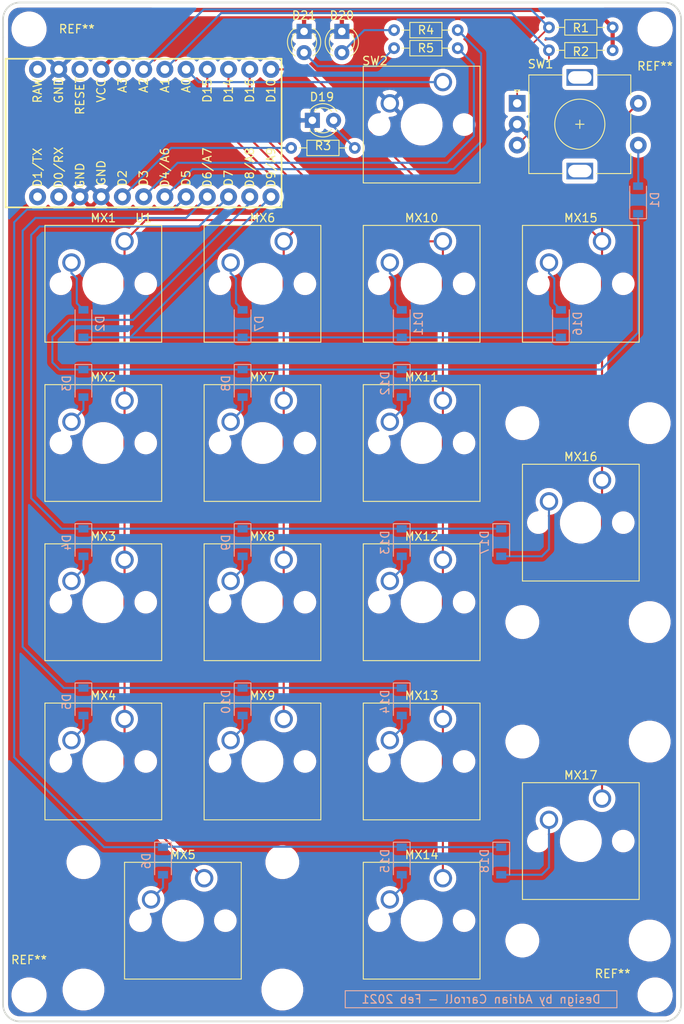
<source format=kicad_pcb>
(kicad_pcb (version 20171130) (host pcbnew 5.1.9-73d0e3b20d~88~ubuntu20.04.1)
  (layers (0 F.Cu signal) (31 B.Cu signal) (34 B.Paste user) (35 F.Paste user) (36 B.SilkS user) (37 F.SilkS user) (38 B.Mask user) (39 F.Mask user) (44 Edge.Cuts user))
  (net 0 "")
  (net 1 col4)
  (net 2 col3)
  (net 3 col2)
  (net 4 col1)
  (net 5 row5)
  (net 6 row4)
  (net 7 row3)
  (net 8 row2)
  (net 9 row1)
  (net 10 "Net-(D2-Pad2)")
  (net 11 "Net-(D3-Pad2)")
  (net 12 "Net-(D4-Pad2)")
  (net 13 "Net-(D5-Pad2)")
  (net 14 "Net-(D6-Pad2)")
  (net 15 "Net-(D7-Pad2)")
  (net 16 "Net-(D8-Pad2)")
  (net 17 "Net-(D9-Pad2)")
  (net 18 "Net-(D10-Pad2)")
  (net 19 "Net-(D11-Pad2)")
  (net 20 "Net-(D12-Pad2)")
  (net 21 "Net-(D13-Pad2)")
  (net 22 "Net-(D14-Pad2)")
  (net 23 "Net-(D15-Pad2)")
  (net 24 "Net-(D16-Pad2)")
  (net 25 "Net-(D17-Pad2)")
  (net 26 "Net-(D18-Pad2)")
  (net 27 GND)
  (net 28 +5V)
  (net 29 "Net-(D19-Pad2)")
  (net 30 "Net-(D20-Pad2)")
  (net 31 "Net-(D21-Pad2)")
  (net 32 A2)
  (net 33 A1)
  (net 34 d3)
  (net 35 d2)
  (net 36 "Net-(D1-Pad2)")
  (net 37 D4)
  (net 38 "Net-(U1-Pad1)")
  (net 39 "Net-(U1-Pad3)")
  (net 40 "Net-(U1-Pad5)")
  (net 41 "Net-(SW2-Pad1)")
  (net 42 "Net-(U1-Pad13)")
  (net 43 "Net-(U1-Pad14)")
  (module Button_Switch_Keyboard:SW_Cherry_MX_1.00u_PCB (layer F.Cu) (at 147.14 32.62)
    (fp_text reference SW2 (at -8.128 -2.54) (layer F.SilkS))
    (fp_text value ModeChange)
    (pad "" np_thru_hole circle (at 2.54 5.08) (size 1.7 1.7) (drill 1.7) (layers *.Cu *.Mask))
    (pad "" np_thru_hole circle (at -7.62 5.08) (size 1.7 1.7) (drill 1.7) (layers *.Cu *.Mask))
    (pad "" np_thru_hole circle (at -2.54 5.08) (size 4 4) (drill 4) (layers *.Cu *.Mask))
    (pad 2 thru_hole circle (at -6.35 2.54) (size 2.2 2.2) (drill 1.5) (layers *.Cu *.Mask) (net 27 GND))
    (pad 1 thru_hole circle (at 0 0) (size 2.2 2.2) (drill 1.5) (layers *.Cu *.Mask) (net 41 "Net-(SW2-Pad1)"))
  )
  (module Button_Switch_Keyboard:SW_Cherry_MX_1.00u_PCB (layer F.Cu) (at 109.04 51.67)
    (fp_text reference MX1 (at -2.54 -2.794) (layer F.SilkS))
    (fp_text value NUMLOK)
    (pad "" np_thru_hole circle (at 2.54 5.08) (size 1.7 1.7) (drill 1.7) (layers *.Cu *.Mask))
    (pad "" np_thru_hole circle (at -7.62 5.08) (size 1.7 1.7) (drill 1.7) (layers *.Cu *.Mask))
    (pad "" np_thru_hole circle (at -2.54 5.08) (size 4 4) (drill 4) (layers *.Cu *.Mask))
    (pad 2 thru_hole circle (at -6.35 2.54) (size 2.2 2.2) (drill 1.5) (layers *.Cu *.Mask) (net 10 "Net-(D2-Pad2)"))
    (pad 1 thru_hole circle (at 0 0) (size 2.2 2.2) (drill 1.5) (layers *.Cu *.Mask) (net 4 col1))
  )
  (module Arduino:Arduino_Pro_Micro (layer F.Cu) (at 111.326 38.716)
    (fp_text reference U1 (at 0 10.16) (layer F.SilkS))
    (fp_text value Arduino_Pro_Micro)
    (fp_text user D9/A9 (at 15.24 4.1275 90) (layer F.SilkS))
    (fp_text user D8/A8 (at 12.7 4.1275 90) (layer F.SilkS))
    (fp_text user D7 (at 10.16 5.3975 90) (layer F.SilkS))
    (fp_text user D6/A7 (at 7.62 4.1275 90) (layer F.SilkS))
    (fp_text user D5 (at 5.08 5.3975 90) (layer F.SilkS))
    (fp_text user D4/A6 (at 2.54 4.1275 90) (layer F.SilkS))
    (fp_text user D3 (at 0 5.3975 90) (layer F.SilkS))
    (fp_text user D2 (at -2.54 5.3975 90) (layer F.SilkS))
    (fp_text user D0/RX (at -10.16 4.1275 90) (layer F.SilkS))
    (fp_text user D1/TX (at -12.7 4.1275 90) (layer F.SilkS))
    (fp_text user D10 (at 15.24 -5.08 90) (layer F.SilkS))
    (fp_text user D16 (at 12.7 -5.08 90) (layer F.SilkS))
    (fp_text user D14 (at 10.16 -5.08 90) (layer F.SilkS))
    (fp_text user D15 (at 7.62 -5.08 90) (layer F.SilkS))
    (fp_text user A0 (at 5.08 -5.715 90) (layer F.SilkS))
    (fp_text user A1 (at 2.54 -5.715 90) (layer F.SilkS))
    (fp_text user A2 (at 0 -5.715 90) (layer F.SilkS))
    (fp_text user A3 (at -2.54 -5.715 90) (layer F.SilkS))
    (fp_text user VCC (at -5.08 -5.08 90) (layer F.SilkS))
    (fp_text user RESET (at -7.62 -4.445 90) (layer F.SilkS))
    (fp_text user RAW (at -12.7 -5.08 90) (layer F.SilkS))
    (fp_text user GND (at -5.08 4.7625 90) (layer F.SilkS))
    (fp_text user GND (at -7.62 5.08 90) (layer F.SilkS))
    (fp_text user GND (at -10.16 -5.08 90) (layer F.SilkS))
    (pad 19 thru_hole circle (at 2.54 7.62) (size 2.032 2.032) (drill 1.016) (layers *.Cu *.Mask) (net 37 D4))
    (pad 22 thru_hole circle (at 10.16 7.62) (size 2.032 2.032) (drill 1.016) (layers *.Cu *.Mask) (net 7 row3))
    (pad 21 thru_hole circle (at 7.62 7.62) (size 2.032 2.032) (drill 1.016) (layers *.Cu *.Mask) (net 6 row4))
    (pad 18 thru_hole circle (at 0 7.62) (size 2.032 2.032) (drill 1.016) (layers *.Cu *.Mask) (net 34 d3))
    (pad 20 thru_hole circle (at 5.08 7.62) (size 2.032 2.032) (drill 1.016) (layers *.Cu *.Mask) (net 5 row5))
    (pad 13 thru_hole circle (at -12.7 7.62) (size 2.032 2.032) (drill 1.016) (layers *.Cu *.Mask) (net 42 "Net-(U1-Pad13)"))
    (pad 14 thru_hole circle (at -10.16 7.62) (size 2.032 2.032) (drill 1.016) (layers *.Cu *.Mask) (net 43 "Net-(U1-Pad14)"))
    (pad 15 thru_hole circle (at -7.62 7.62) (size 2.032 2.032) (drill 1.016) (layers *.Cu *.Mask) (net 27 GND))
    (pad 16 thru_hole circle (at -5.08 7.62) (size 2.032 2.032) (drill 1.016) (layers *.Cu *.Mask) (net 27 GND))
    (pad 24 thru_hole circle (at 15.24 7.62) (size 2.032 2.032) (drill 1.016) (layers *.Cu *.Mask) (net 9 row1))
    (pad 23 thru_hole circle (at 12.7 7.62) (size 2.032 2.032) (drill 1.016) (layers *.Cu *.Mask) (net 8 row2))
    (pad 17 thru_hole circle (at -2.54 7.62) (size 2.032 2.032) (drill 1.016) (layers *.Cu *.Mask) (net 35 d2))
    (pad 1 thru_hole circle (at -12.7 -7.62) (size 2.032 2.032) (drill 1.016) (layers *.Cu *.Mask) (net 38 "Net-(U1-Pad1)"))
    (pad 2 thru_hole circle (at -10.16 -7.62) (size 2.032 2.032) (drill 1.016) (layers *.Cu *.Mask) (net 27 GND))
    (pad 3 thru_hole circle (at -7.62 -7.62) (size 2.032 2.032) (drill 1.016) (layers *.Cu *.Mask) (net 39 "Net-(U1-Pad3)"))
    (pad 4 thru_hole circle (at -5.08 -7.62) (size 2.032 2.032) (drill 1.016) (layers *.Cu *.Mask) (net 28 +5V))
    (pad 5 thru_hole circle (at -2.54 -7.62) (size 2.032 2.032) (drill 1.016) (layers *.Cu *.Mask) (net 40 "Net-(U1-Pad5)"))
    (pad 6 thru_hole circle (at 0 -7.62) (size 2.032 2.032) (drill 1.016) (layers *.Cu *.Mask) (net 32 A2))
    (pad 7 thru_hole circle (at 2.54 -7.62) (size 2.032 2.032) (drill 1.016) (layers *.Cu *.Mask) (net 33 A1))
    (pad 8 thru_hole circle (at 5.08 -7.62) (size 2.032 2.032) (drill 1.016) (layers *.Cu *.Mask) (net 41 "Net-(SW2-Pad1)"))
    (pad 9 thru_hole circle (at 7.62 -7.62) (size 2.032 2.032) (drill 1.016) (layers *.Cu *.Mask) (net 4 col1))
    (pad 10 thru_hole circle (at 10.16 -7.62) (size 2.032 2.032) (drill 1.016) (layers *.Cu *.Mask) (net 3 col2))
    (pad 11 thru_hole circle (at 12.7 -7.62) (size 2.032 2.032) (drill 1.016) (layers *.Cu *.Mask) (net 2 col3))
    (pad 12 thru_hole circle (at 15.24 -7.62) (size 2.032 2.032) (drill 1.016) (layers *.Cu *.Mask) (net 1 col4))
  )
  (module Button_Switch_Keyboard:SW_Cherry_MX_1.00u_PCB (layer F.Cu) (at 128.09 51.67)
    (fp_text reference MX6 (at -2.54 -2.794) (layer F.SilkS))
    (fp_text value FWDSLASH)
    (pad "" np_thru_hole circle (at 2.54 5.08) (size 1.7 1.7) (drill 1.7) (layers *.Cu *.Mask))
    (pad "" np_thru_hole circle (at -7.62 5.08) (size 1.7 1.7) (drill 1.7) (layers *.Cu *.Mask))
    (pad "" np_thru_hole circle (at -2.54 5.08) (size 4 4) (drill 4) (layers *.Cu *.Mask))
    (pad 2 thru_hole circle (at -6.35 2.54) (size 2.2 2.2) (drill 1.5) (layers *.Cu *.Mask) (net 15 "Net-(D7-Pad2)"))
    (pad 1 thru_hole circle (at 0 0) (size 2.2 2.2) (drill 1.5) (layers *.Cu *.Mask) (net 3 col2))
  )
  (module Resistor_THT:R_Axial_DIN0204_L3.6mm_D1.6mm_P7.62mm_Horizontal (layer F.Cu) (at 148.918 26.397 180)
    (fp_text reference R4 (at 3.81 0 180) (layer F.SilkS))
    (fp_text value "220 ohm")
    (pad 2 thru_hole oval (at 7.62 0 180) (size 1.4 1.4) (drill 0.7) (layers *.Cu *.Mask) (net 30 "Net-(D20-Pad2)"))
    (pad 1 thru_hole circle (at 0 0 180) (size 1.4 1.4) (drill 0.7) (layers *.Cu *.Mask) (net 37 D4))
  )
  (module Rotary_Encoder:RotaryEncoder_Alps_EC11E-Switch_Vertical_H20mm (layer F.Cu) (at 156.03 35.16)
    (fp_text reference SW1 (at 2.8 -4.7) (layer F.SilkS))
    (fp_text value Rotary_Encoder_Switch)
    (pad A thru_hole rect (at 0 0) (size 2 2) (drill 1) (layers *.Cu *.Mask) (net 32 A2))
    (pad C thru_hole circle (at 0 2.5) (size 2 2) (drill 1) (layers *.Cu *.Mask) (net 27 GND))
    (pad B thru_hole circle (at 0 5) (size 2 2) (drill 1) (layers *.Cu *.Mask) (net 33 A1))
    (pad MP thru_hole rect (at 7.5 -3.1) (size 3.2 2) (drill oval 2.8 1.5) (layers *.Cu *.Mask))
    (pad MP thru_hole rect (at 7.5 8.1) (size 3.2 2) (drill oval 2.8 1.5) (layers *.Cu *.Mask))
    (pad S2 thru_hole circle (at 14.5 0) (size 2 2) (drill 1) (layers *.Cu *.Mask) (net 1 col4))
    (pad S1 thru_hole circle (at 14.5 5) (size 2 2) (drill 1) (layers *.Cu *.Mask) (net 36 "Net-(D1-Pad2)"))
  )
  (module MountingHole:MountingHole_3.2mm_M3 (layer F.Cu) (at 172.54 26.27)
    (fp_text reference REF** (at 0 4.445) (layer F.SilkS))
    (fp_text value MountingHole_3.2mm_M3)
    (pad 1 np_thru_hole circle (at 0 0) (size 3.2 3.2) (drill 3.2) (layers *.Cu *.Mask))
  )
  (module MountingHole:MountingHole_3.2mm_M3 (layer F.Cu) (at 97.61 26.27)
    (fp_text reference REF** (at 5.715 0) (layer F.SilkS))
    (fp_text value MountingHole_3.2mm_M3)
    (pad 1 np_thru_hole circle (at 0 0) (size 3.2 3.2) (drill 3.2) (layers *.Cu *.Mask))
  )
  (module MountingHole:MountingHole_3.2mm_M3 (layer F.Cu) (at 97.61 141.84)
    (fp_text reference REF** (at 0 -4.2) (layer F.SilkS))
    (fp_text value MountingHole_3.2mm_M3)
    (pad 1 np_thru_hole circle (at 0 0) (size 3.2 3.2) (drill 3.2) (layers *.Cu *.Mask))
  )
  (module MountingHole:MountingHole_3.2mm_M3 (layer F.Cu) (at 172.54 141.84)
    (fp_text reference REF** (at -5.08 -2.54) (layer F.SilkS))
    (fp_text value MountingHole_3.2mm_M3)
    (pad 1 np_thru_hole circle (at 0 0) (size 3.2 3.2) (drill 3.2) (layers *.Cu *.Mask))
  )
  (module Button_Switch_Keyboard:SW_Cherry_MX_1.00u_PCB (layer F.Cu) (at 109.04 70.72)
    (fp_text reference MX2 (at -2.54 -2.794) (layer F.SilkS))
    (fp_text value SEVEN)
    (pad "" np_thru_hole circle (at 2.54 5.08) (size 1.7 1.7) (drill 1.7) (layers *.Cu *.Mask))
    (pad "" np_thru_hole circle (at -7.62 5.08) (size 1.7 1.7) (drill 1.7) (layers *.Cu *.Mask))
    (pad "" np_thru_hole circle (at -2.54 5.08) (size 4 4) (drill 4) (layers *.Cu *.Mask))
    (pad 2 thru_hole circle (at -6.35 2.54) (size 2.2 2.2) (drill 1.5) (layers *.Cu *.Mask) (net 11 "Net-(D3-Pad2)"))
    (pad 1 thru_hole circle (at 0 0) (size 2.2 2.2) (drill 1.5) (layers *.Cu *.Mask) (net 4 col1))
  )
  (module Diode_SMD:D_SOD-123 (layer B.Cu) (at 170.508 46.716 90)
    (fp_text reference D1 (at 0 2 270) (layer B.SilkS) (effects (justify mirror)))
    (fp_text value D)
    (pad 1 smd rect (at -1.65 0 90) (size 0.9 1.2) (layers B.Cu B.Paste B.Mask) (net 8 row2))
    (pad 2 smd rect (at 1.65 0 90) (size 0.9 1.2) (layers B.Cu B.Paste B.Mask) (net 36 "Net-(D1-Pad2)"))
  )
  (module LED_THT:LED_D3.0mm (layer F.Cu) (at 135.0496 26.5494 270)
    (fp_text reference D20 (at -1.905 0 180) (layer F.SilkS))
    (fp_text value LED)
    (pad 1 thru_hole rect (at 0 0 270) (size 1.8 1.8) (drill 0.9) (layers *.Cu *.Mask) (net 27 GND))
    (pad 2 thru_hole circle (at 2.54 0 270) (size 1.8 1.8) (drill 0.9) (layers *.Cu *.Mask) (net 30 "Net-(D20-Pad2)"))
  )
  (module LED_THT:LED_D3.0mm (layer F.Cu) (at 130.5284 26.5494 270)
    (fp_text reference D21 (at -1.905 0 180) (layer F.SilkS))
    (fp_text value LED)
    (pad 1 thru_hole rect (at 0 0 270) (size 1.8 1.8) (drill 0.9) (layers *.Cu *.Mask) (net 27 GND))
    (pad 2 thru_hole circle (at 2.54 0 270) (size 1.8 1.8) (drill 0.9) (layers *.Cu *.Mask) (net 31 "Net-(D21-Pad2)"))
  )
  (module Resistor_THT:R_Axial_DIN0204_L3.6mm_D1.6mm_P7.62mm_Horizontal (layer F.Cu) (at 148.918 28.556 180)
    (fp_text reference R5 (at 3.81 0 180) (layer F.SilkS))
    (fp_text value "220 ohm")
    (pad 2 thru_hole oval (at 7.62 0 180) (size 1.4 1.4) (drill 0.7) (layers *.Cu *.Mask) (net 31 "Net-(D21-Pad2)"))
    (pad 1 thru_hole circle (at 0 0 180) (size 1.4 1.4) (drill 0.7) (layers *.Cu *.Mask) (net 34 d3))
  )
  (module Resistor_THT:R_Axial_DIN0204_L3.6mm_D1.6mm_P7.62mm_Horizontal (layer F.Cu) (at 128.979 40.494)
    (fp_text reference R3 (at 3.81 -0.254 180) (layer F.SilkS))
    (fp_text value "220 ohm")
    (pad 2 thru_hole oval (at 7.62 0) (size 1.4 1.4) (drill 0.7) (layers *.Cu *.Mask) (net 29 "Net-(D19-Pad2)"))
    (pad 1 thru_hole circle (at 0 0) (size 1.4 1.4) (drill 0.7) (layers *.Cu *.Mask) (net 35 d2))
  )
  (module LED_THT:LED_D3.0mm (layer F.Cu) (at 131.519 37.192)
    (fp_text reference D19 (at 1.143 -2.794) (layer F.SilkS))
    (fp_text value LED)
    (pad 2 thru_hole circle (at 2.54 0) (size 1.8 1.8) (drill 0.9) (layers *.Cu *.Mask) (net 29 "Net-(D19-Pad2)"))
    (pad 1 thru_hole rect (at 0 0) (size 1.8 1.8) (drill 0.9) (layers *.Cu *.Mask) (net 27 GND))
  )
  (module Resistor_THT:R_Axial_DIN0204_L3.6mm_D1.6mm_P7.62mm_Horizontal (layer F.Cu) (at 167.46 28.81 180)
    (fp_text reference R2 (at 3.81 -0.161001) (layer F.SilkS))
    (fp_text value "1000 ohm")
    (pad 2 thru_hole oval (at 7.62 0 180) (size 1.4 1.4) (drill 0.7) (layers *.Cu *.Mask) (net 33 A1))
    (pad 1 thru_hole circle (at 0 0 180) (size 1.4 1.4) (drill 0.7) (layers *.Cu *.Mask) (net 28 +5V))
  )
  (module Resistor_THT:R_Axial_DIN0204_L3.6mm_D1.6mm_P7.62mm_Horizontal (layer F.Cu) (at 167.46 26.075001 180)
    (fp_text reference R1 (at 3.81 -0.059001 180) (layer F.SilkS))
    (fp_text value "1000 ohm")
    (pad 2 thru_hole oval (at 7.62 0 180) (size 1.4 1.4) (drill 0.7) (layers *.Cu *.Mask) (net 32 A2))
    (pad 1 thru_hole circle (at 0 0 180) (size 1.4 1.4) (drill 0.7) (layers *.Cu *.Mask) (net 28 +5V))
  )
  (module Button_Switch_Keyboard:SW_Cherry_MX_1.00u_PCB (layer F.Cu) (at 128.09 89.77)
    (fp_text reference MX8 (at -2.54 -2.794) (layer F.SilkS))
    (fp_text value FIVE)
    (pad "" np_thru_hole circle (at 2.54 5.08) (size 1.7 1.7) (drill 1.7) (layers *.Cu *.Mask))
    (pad "" np_thru_hole circle (at -7.62 5.08) (size 1.7 1.7) (drill 1.7) (layers *.Cu *.Mask))
    (pad "" np_thru_hole circle (at -2.54 5.08) (size 4 4) (drill 4) (layers *.Cu *.Mask))
    (pad 2 thru_hole circle (at -6.35 2.54) (size 2.2 2.2) (drill 1.5) (layers *.Cu *.Mask) (net 17 "Net-(D9-Pad2)"))
    (pad 1 thru_hole circle (at 0 0) (size 2.2 2.2) (drill 1.5) (layers *.Cu *.Mask) (net 3 col2))
  )
  (module Button_Switch_Keyboard:SW_Cherry_MX_1.00u_PCB (layer F.Cu) (at 147.14 70.72)
    (fp_text reference MX11 (at -2.54 -2.794) (layer F.SilkS))
    (fp_text value NINE)
    (pad "" np_thru_hole circle (at 2.54 5.08) (size 1.7 1.7) (drill 1.7) (layers *.Cu *.Mask))
    (pad "" np_thru_hole circle (at -7.62 5.08) (size 1.7 1.7) (drill 1.7) (layers *.Cu *.Mask))
    (pad "" np_thru_hole circle (at -2.54 5.08) (size 4 4) (drill 4) (layers *.Cu *.Mask))
    (pad 2 thru_hole circle (at -6.35 2.54) (size 2.2 2.2) (drill 1.5) (layers *.Cu *.Mask) (net 20 "Net-(D12-Pad2)"))
    (pad 1 thru_hole circle (at 0 0) (size 2.2 2.2) (drill 1.5) (layers *.Cu *.Mask) (net 2 col3))
  )
  (module Button_Switch_Keyboard:SW_Cherry_MX_1.00u_PCB (layer F.Cu) (at 147.14 89.77)
    (fp_text reference MX12 (at -2.54 -2.794) (layer F.SilkS))
    (fp_text value SIX)
    (pad "" np_thru_hole circle (at 2.54 5.08) (size 1.7 1.7) (drill 1.7) (layers *.Cu *.Mask))
    (pad "" np_thru_hole circle (at -7.62 5.08) (size 1.7 1.7) (drill 1.7) (layers *.Cu *.Mask))
    (pad "" np_thru_hole circle (at -2.54 5.08) (size 4 4) (drill 4) (layers *.Cu *.Mask))
    (pad 2 thru_hole circle (at -6.35 2.54) (size 2.2 2.2) (drill 1.5) (layers *.Cu *.Mask) (net 21 "Net-(D13-Pad2)"))
    (pad 1 thru_hole circle (at 0 0) (size 2.2 2.2) (drill 1.5) (layers *.Cu *.Mask) (net 2 col3))
  )
  (module Button_Switch_Keyboard:SW_Cherry_MX_1.00u_PCB (layer F.Cu) (at 128.09 108.82)
    (fp_text reference MX9 (at -2.54 -2.794) (layer F.SilkS))
    (fp_text value TWO)
    (pad "" np_thru_hole circle (at 2.54 5.08) (size 1.7 1.7) (drill 1.7) (layers *.Cu *.Mask))
    (pad "" np_thru_hole circle (at -7.62 5.08) (size 1.7 1.7) (drill 1.7) (layers *.Cu *.Mask))
    (pad "" np_thru_hole circle (at -2.54 5.08) (size 4 4) (drill 4) (layers *.Cu *.Mask))
    (pad 2 thru_hole circle (at -6.35 2.54) (size 2.2 2.2) (drill 1.5) (layers *.Cu *.Mask) (net 18 "Net-(D10-Pad2)"))
    (pad 1 thru_hole circle (at 0 0) (size 2.2 2.2) (drill 1.5) (layers *.Cu *.Mask) (net 3 col2))
  )
  (module Button_Switch_Keyboard:SW_Cherry_MX_1.00u_PCB (layer F.Cu) (at 147.14 108.82)
    (fp_text reference MX13 (at -2.54 -2.794) (layer F.SilkS))
    (fp_text value THREE)
    (pad "" np_thru_hole circle (at 2.54 5.08) (size 1.7 1.7) (drill 1.7) (layers *.Cu *.Mask))
    (pad "" np_thru_hole circle (at -7.62 5.08) (size 1.7 1.7) (drill 1.7) (layers *.Cu *.Mask))
    (pad "" np_thru_hole circle (at -2.54 5.08) (size 4 4) (drill 4) (layers *.Cu *.Mask))
    (pad 2 thru_hole circle (at -6.35 2.54) (size 2.2 2.2) (drill 1.5) (layers *.Cu *.Mask) (net 22 "Net-(D14-Pad2)"))
    (pad 1 thru_hole circle (at 0 0) (size 2.2 2.2) (drill 1.5) (layers *.Cu *.Mask) (net 2 col3))
  )
  (module Button_Switch_Keyboard:SW_Cherry_MX_1.00u_PCB (layer F.Cu) (at 128.09 70.72)
    (fp_text reference MX7 (at -2.54 -2.794) (layer F.SilkS))
    (fp_text value EIGHT)
    (pad "" np_thru_hole circle (at 2.54 5.08) (size 1.7 1.7) (drill 1.7) (layers *.Cu *.Mask))
    (pad "" np_thru_hole circle (at -7.62 5.08) (size 1.7 1.7) (drill 1.7) (layers *.Cu *.Mask))
    (pad "" np_thru_hole circle (at -2.54 5.08) (size 4 4) (drill 4) (layers *.Cu *.Mask))
    (pad 2 thru_hole circle (at -6.35 2.54) (size 2.2 2.2) (drill 1.5) (layers *.Cu *.Mask) (net 16 "Net-(D8-Pad2)"))
    (pad 1 thru_hole circle (at 0 0) (size 2.2 2.2) (drill 1.5) (layers *.Cu *.Mask) (net 3 col2))
  )
  (module Button_Switch_Keyboard:SW_Cherry_MX_1.00u_PCB (layer F.Cu) (at 147.14 51.67)
    (fp_text reference MX10 (at -2.54 -2.794) (layer F.SilkS))
    (fp_text value MULT)
    (pad "" np_thru_hole circle (at 2.54 5.08) (size 1.7 1.7) (drill 1.7) (layers *.Cu *.Mask))
    (pad "" np_thru_hole circle (at -7.62 5.08) (size 1.7 1.7) (drill 1.7) (layers *.Cu *.Mask))
    (pad "" np_thru_hole circle (at -2.54 5.08) (size 4 4) (drill 4) (layers *.Cu *.Mask))
    (pad 2 thru_hole circle (at -6.35 2.54) (size 2.2 2.2) (drill 1.5) (layers *.Cu *.Mask) (net 19 "Net-(D11-Pad2)"))
    (pad 1 thru_hole circle (at 0 0) (size 2.2 2.2) (drill 1.5) (layers *.Cu *.Mask) (net 2 col3))
  )
  (module Button_Switch_Keyboard:SW_Cherry_MX_1.00u_PCB (layer F.Cu) (at 147.14 127.87)
    (fp_text reference MX14 (at -2.54 -2.794) (layer F.SilkS))
    (fp_text value DECIMAL)
    (pad "" np_thru_hole circle (at 2.54 5.08) (size 1.7 1.7) (drill 1.7) (layers *.Cu *.Mask))
    (pad "" np_thru_hole circle (at -7.62 5.08) (size 1.7 1.7) (drill 1.7) (layers *.Cu *.Mask))
    (pad "" np_thru_hole circle (at -2.54 5.08) (size 4 4) (drill 4) (layers *.Cu *.Mask))
    (pad 2 thru_hole circle (at -6.35 2.54) (size 2.2 2.2) (drill 1.5) (layers *.Cu *.Mask) (net 23 "Net-(D15-Pad2)"))
    (pad 1 thru_hole circle (at 0 0) (size 2.2 2.2) (drill 1.5) (layers *.Cu *.Mask) (net 2 col3))
  )
  (module Diode_SMD:D_SOD-123 (layer B.Cu) (at 142.21875 87.70625 270)
    (fp_text reference D13 (at 0 2 90) (layer B.SilkS) (effects (justify mirror)))
    (fp_text value D)
    (pad 2 smd rect (at 1.65 0 270) (size 0.9 1.2) (layers B.Cu B.Paste B.Mask) (net 21 "Net-(D13-Pad2)"))
    (pad 1 smd rect (at -1.65 0 270) (size 0.9 1.2) (layers B.Cu B.Paste B.Mask) (net 7 row3))
  )
  (module Diode_SMD:D_SOD-123 (layer B.Cu) (at 142.21875 106.75625 270)
    (fp_text reference D14 (at 0 2 90) (layer B.SilkS) (effects (justify mirror)))
    (fp_text value D)
    (pad 2 smd rect (at 1.65 0 270) (size 0.9 1.2) (layers B.Cu B.Paste B.Mask) (net 22 "Net-(D14-Pad2)"))
    (pad 1 smd rect (at -1.65 0 270) (size 0.9 1.2) (layers B.Cu B.Paste B.Mask) (net 6 row4))
  )
  (module Diode_SMD:D_SOD-123 (layer B.Cu) (at 142.21875 125.80625 270)
    (fp_text reference D15 (at 0 2 90) (layer B.SilkS) (effects (justify mirror)))
    (fp_text value D)
    (pad 2 smd rect (at 1.65 0 270) (size 0.9 1.2) (layers B.Cu B.Paste B.Mask) (net 23 "Net-(D15-Pad2)"))
    (pad 1 smd rect (at -1.65 0 270) (size 0.9 1.2) (layers B.Cu B.Paste B.Mask) (net 5 row5))
  )
  (module Diode_SMD:D_SOD-123 (layer B.Cu) (at 161.26875 61.5125 90)
    (fp_text reference D16 (at 0 2 90) (layer B.SilkS) (effects (justify mirror)))
    (fp_text value D)
    (pad 2 smd rect (at 1.65 0 90) (size 0.9 1.2) (layers B.Cu B.Paste B.Mask) (net 24 "Net-(D16-Pad2)"))
    (pad 1 smd rect (at -1.65 0 90) (size 0.9 1.2) (layers B.Cu B.Paste B.Mask) (net 9 row1))
  )
  (module Diode_SMD:D_SOD-123 (layer B.Cu) (at 123.16875 61.5125 90)
    (fp_text reference D7 (at 0 2 90) (layer B.SilkS) (effects (justify mirror)))
    (fp_text value D)
    (pad 2 smd rect (at 1.65 0 90) (size 0.9 1.2) (layers B.Cu B.Paste B.Mask) (net 15 "Net-(D7-Pad2)"))
    (pad 1 smd rect (at -1.65 0 90) (size 0.9 1.2) (layers B.Cu B.Paste B.Mask) (net 9 row1))
  )
  (module Diode_SMD:D_SOD-123 (layer B.Cu) (at 104.11875 87.70625 270)
    (fp_text reference D4 (at 0 2 90) (layer B.SilkS) (effects (justify mirror)))
    (fp_text value D)
    (pad 2 smd rect (at 1.65 0 270) (size 0.9 1.2) (layers B.Cu B.Paste B.Mask) (net 12 "Net-(D4-Pad2)"))
    (pad 1 smd rect (at -1.65 0 270) (size 0.9 1.2) (layers B.Cu B.Paste B.Mask) (net 7 row3))
  )
  (module Diode_SMD:D_SOD-123 (layer B.Cu) (at 123.16875 68.65625 270)
    (fp_text reference D8 (at 0 2 90) (layer B.SilkS) (effects (justify mirror)))
    (fp_text value D)
    (pad 2 smd rect (at 1.65 0 270) (size 0.9 1.2) (layers B.Cu B.Paste B.Mask) (net 16 "Net-(D8-Pad2)"))
    (pad 1 smd rect (at -1.65 0 270) (size 0.9 1.2) (layers B.Cu B.Paste B.Mask) (net 8 row2))
  )
  (module Diode_SMD:D_SOD-123 (layer B.Cu) (at 113.64375 125.80625 270)
    (fp_text reference D6 (at 0 2 90) (layer B.SilkS) (effects (justify mirror)))
    (fp_text value D)
    (pad 2 smd rect (at 1.65 0 270) (size 0.9 1.2) (layers B.Cu B.Paste B.Mask) (net 14 "Net-(D6-Pad2)"))
    (pad 1 smd rect (at -1.65 0 270) (size 0.9 1.2) (layers B.Cu B.Paste B.Mask) (net 5 row5))
  )
  (module Diode_SMD:D_SOD-123 (layer B.Cu) (at 154.125 125.80625 270)
    (fp_text reference D18 (at 0 2 90) (layer B.SilkS) (effects (justify mirror)))
    (fp_text value D)
    (pad 2 smd rect (at 1.65 0 270) (size 0.9 1.2) (layers B.Cu B.Paste B.Mask) (net 26 "Net-(D18-Pad2)"))
    (pad 1 smd rect (at -1.65 0 270) (size 0.9 1.2) (layers B.Cu B.Paste B.Mask) (net 5 row5))
  )
  (module Button_Switch_Keyboard:SW_Cherry_MX_2.00u_Vertical_PCB (layer F.Cu) (at 166.19 80.245)
    (fp_text reference MX16 (at -2.54 -2.794) (layer F.SilkS))
    (fp_text value PLUS)
    (pad "" np_thru_hole circle (at -9.54 -6.82) (size 3.05 3.05) (drill 3.05) (layers *.Cu *.Mask))
    (pad "" np_thru_hole circle (at -9.54 16.98) (size 3.05 3.05) (drill 3.05) (layers *.Cu *.Mask))
    (pad "" np_thru_hole circle (at 5.7 16.98) (size 4 4) (drill 4) (layers *.Cu *.Mask))
    (pad "" np_thru_hole circle (at 5.7 -6.82) (size 4 4) (drill 4) (layers *.Cu *.Mask))
    (pad "" np_thru_hole circle (at 2.54 5.08) (size 1.7 1.7) (drill 1.7) (layers *.Cu *.Mask))
    (pad "" np_thru_hole circle (at -7.62 5.08) (size 1.7 1.7) (drill 1.7) (layers *.Cu *.Mask))
    (pad "" np_thru_hole circle (at -2.54 5.08) (size 4 4) (drill 4) (layers *.Cu *.Mask))
    (pad 2 thru_hole circle (at -6.35 2.54) (size 2.2 2.2) (drill 1.5) (layers *.Cu *.Mask) (net 25 "Net-(D17-Pad2)"))
    (pad 1 thru_hole circle (at 0 0) (size 2.2 2.2) (drill 1.5) (layers *.Cu *.Mask) (net 1 col4))
  )
  (module Button_Switch_Keyboard:SW_Cherry_MX_1.00u_PCB (layer F.Cu) (at 109.04 89.77)
    (fp_text reference MX3 (at -2.54 -2.794) (layer F.SilkS))
    (fp_text value FOUR)
    (pad "" np_thru_hole circle (at 2.54 5.08) (size 1.7 1.7) (drill 1.7) (layers *.Cu *.Mask))
    (pad "" np_thru_hole circle (at -7.62 5.08) (size 1.7 1.7) (drill 1.7) (layers *.Cu *.Mask))
    (pad "" np_thru_hole circle (at -2.54 5.08) (size 4 4) (drill 4) (layers *.Cu *.Mask))
    (pad 2 thru_hole circle (at -6.35 2.54) (size 2.2 2.2) (drill 1.5) (layers *.Cu *.Mask) (net 12 "Net-(D4-Pad2)"))
    (pad 1 thru_hole circle (at 0 0) (size 2.2 2.2) (drill 1.5) (layers *.Cu *.Mask) (net 4 col1))
  )
  (module Button_Switch_Keyboard:SW_Cherry_MX_1.00u_PCB (layer F.Cu) (at 109.04 108.82)
    (fp_text reference MX4 (at -2.54 -2.794) (layer F.SilkS))
    (fp_text value ONE)
    (pad "" np_thru_hole circle (at 2.54 5.08) (size 1.7 1.7) (drill 1.7) (layers *.Cu *.Mask))
    (pad "" np_thru_hole circle (at -7.62 5.08) (size 1.7 1.7) (drill 1.7) (layers *.Cu *.Mask))
    (pad "" np_thru_hole circle (at -2.54 5.08) (size 4 4) (drill 4) (layers *.Cu *.Mask))
    (pad 2 thru_hole circle (at -6.35 2.54) (size 2.2 2.2) (drill 1.5) (layers *.Cu *.Mask) (net 13 "Net-(D5-Pad2)"))
    (pad 1 thru_hole circle (at 0 0) (size 2.2 2.2) (drill 1.5) (layers *.Cu *.Mask) (net 4 col1))
  )
  (module Diode_SMD:D_SOD-123 (layer B.Cu) (at 104.11875 106.75625 270)
    (fp_text reference D5 (at 0 2 90) (layer B.SilkS) (effects (justify mirror)))
    (fp_text value D)
    (pad 2 smd rect (at 1.65 0 270) (size 0.9 1.2) (layers B.Cu B.Paste B.Mask) (net 13 "Net-(D5-Pad2)"))
    (pad 1 smd rect (at -1.65 0 270) (size 0.9 1.2) (layers B.Cu B.Paste B.Mask) (net 6 row4))
  )
  (module Button_Switch_Keyboard:SW_Cherry_MX_2.00u_Vertical_PCB (layer F.Cu) (at 166.19 118.345)
    (fp_text reference MX17 (at -2.54 -2.794) (layer F.SilkS))
    (fp_text value ENTER)
    (pad "" np_thru_hole circle (at -9.54 -6.82) (size 3.05 3.05) (drill 3.05) (layers *.Cu *.Mask))
    (pad "" np_thru_hole circle (at -9.54 16.98) (size 3.05 3.05) (drill 3.05) (layers *.Cu *.Mask))
    (pad "" np_thru_hole circle (at 5.7 16.98) (size 4 4) (drill 4) (layers *.Cu *.Mask))
    (pad "" np_thru_hole circle (at 5.7 -6.82) (size 4 4) (drill 4) (layers *.Cu *.Mask))
    (pad "" np_thru_hole circle (at 2.54 5.08) (size 1.7 1.7) (drill 1.7) (layers *.Cu *.Mask))
    (pad "" np_thru_hole circle (at -7.62 5.08) (size 1.7 1.7) (drill 1.7) (layers *.Cu *.Mask))
    (pad "" np_thru_hole circle (at -2.54 5.08) (size 4 4) (drill 4) (layers *.Cu *.Mask))
    (pad 2 thru_hole circle (at -6.35 2.54) (size 2.2 2.2) (drill 1.5) (layers *.Cu *.Mask) (net 26 "Net-(D18-Pad2)"))
    (pad 1 thru_hole circle (at 0 0) (size 2.2 2.2) (drill 1.5) (layers *.Cu *.Mask) (net 1 col4))
  )
  (module Diode_SMD:D_SOD-123 (layer B.Cu) (at 154.125 87.70625 270)
    (fp_text reference D17 (at 0 2 90) (layer B.SilkS) (effects (justify mirror)))
    (fp_text value D)
    (pad 2 smd rect (at 1.65 0 270) (size 0.9 1.2) (layers B.Cu B.Paste B.Mask) (net 25 "Net-(D17-Pad2)"))
    (pad 1 smd rect (at -1.65 0 270) (size 0.9 1.2) (layers B.Cu B.Paste B.Mask) (net 7 row3))
  )
  (module Diode_SMD:D_SOD-123 (layer B.Cu) (at 104.11875 68.65625 270)
    (fp_text reference D3 (at 0 2 90) (layer B.SilkS) (effects (justify mirror)))
    (fp_text value D)
    (pad 2 smd rect (at 1.65 0 270) (size 0.9 1.2) (layers B.Cu B.Paste B.Mask) (net 11 "Net-(D3-Pad2)"))
    (pad 1 smd rect (at -1.65 0 270) (size 0.9 1.2) (layers B.Cu B.Paste B.Mask) (net 8 row2))
  )
  (module Button_Switch_Keyboard:SW_Cherry_MX_2.00u_PCB (layer F.Cu) (at 118.565 127.87)
    (fp_text reference MX5 (at -2.54 -2.794) (layer F.SilkS))
    (fp_text value ZERO)
    (pad "" np_thru_hole circle (at 9.36 -1.92) (size 3.05 3.05) (drill 3.05) (layers *.Cu *.Mask))
    (pad "" np_thru_hole circle (at -14.44 -1.92) (size 3.05 3.05) (drill 3.05) (layers *.Cu *.Mask))
    (pad "" np_thru_hole circle (at -14.44 13.32) (size 4 4) (drill 4) (layers *.Cu *.Mask))
    (pad "" np_thru_hole circle (at 9.36 13.32) (size 4 4) (drill 4) (layers *.Cu *.Mask))
    (pad "" np_thru_hole circle (at 2.54 5.08) (size 1.7 1.7) (drill 1.7) (layers *.Cu *.Mask))
    (pad "" np_thru_hole circle (at -7.62 5.08) (size 1.7 1.7) (drill 1.7) (layers *.Cu *.Mask))
    (pad "" np_thru_hole circle (at -2.54 5.08) (size 4 4) (drill 4) (layers *.Cu *.Mask))
    (pad 2 thru_hole circle (at -6.35 2.54) (size 2.2 2.2) (drill 1.5) (layers *.Cu *.Mask) (net 14 "Net-(D6-Pad2)"))
    (pad 1 thru_hole circle (at 0 0) (size 2.2 2.2) (drill 1.5) (layers *.Cu *.Mask) (net 4 col1))
  )
  (module Diode_SMD:D_SOD-123 (layer B.Cu) (at 142.21875 61.5125 90)
    (fp_text reference D11 (at 0 2 90) (layer B.SilkS) (effects (justify mirror)))
    (fp_text value D)
    (pad 2 smd rect (at 1.65 0 90) (size 0.9 1.2) (layers B.Cu B.Paste B.Mask) (net 19 "Net-(D11-Pad2)"))
    (pad 1 smd rect (at -1.65 0 90) (size 0.9 1.2) (layers B.Cu B.Paste B.Mask) (net 9 row1))
  )
  (module Diode_SMD:D_SOD-123 (layer B.Cu) (at 142.21875 68.65625 270)
    (fp_text reference D12 (at 0 2 90) (layer B.SilkS) (effects (justify mirror)))
    (fp_text value D)
    (pad 2 smd rect (at 1.65 0 270) (size 0.9 1.2) (layers B.Cu B.Paste B.Mask) (net 20 "Net-(D12-Pad2)"))
    (pad 1 smd rect (at -1.65 0 270) (size 0.9 1.2) (layers B.Cu B.Paste B.Mask) (net 8 row2))
  )
  (module Diode_SMD:D_SOD-123 (layer B.Cu) (at 123.16875 87.70625 270)
    (fp_text reference D9 (at 0 2 90) (layer B.SilkS) (effects (justify mirror)))
    (fp_text value D)
    (pad 2 smd rect (at 1.65 0 270) (size 0.9 1.2) (layers B.Cu B.Paste B.Mask) (net 17 "Net-(D9-Pad2)"))
    (pad 1 smd rect (at -1.65 0 270) (size 0.9 1.2) (layers B.Cu B.Paste B.Mask) (net 7 row3))
  )
  (module Diode_SMD:D_SOD-123 (layer B.Cu) (at 123.16875 106.75625 270)
    (fp_text reference D10 (at 0 2 90) (layer B.SilkS) (effects (justify mirror)))
    (fp_text value D)
    (pad 2 smd rect (at 1.65 0 270) (size 0.9 1.2) (layers B.Cu B.Paste B.Mask) (net 18 "Net-(D10-Pad2)"))
    (pad 1 smd rect (at -1.65 0 270) (size 0.9 1.2) (layers B.Cu B.Paste B.Mask) (net 6 row4))
  )
  (module Button_Switch_Keyboard:SW_Cherry_MX_1.00u_PCB (layer F.Cu) (at 166.19 51.67)
    (fp_text reference MX15 (at -2.54 -2.794) (layer F.SilkS))
    (fp_text value MINUS)
    (pad "" np_thru_hole circle (at 2.54 5.08) (size 1.7 1.7) (drill 1.7) (layers *.Cu *.Mask))
    (pad "" np_thru_hole circle (at -7.62 5.08) (size 1.7 1.7) (drill 1.7) (layers *.Cu *.Mask))
    (pad "" np_thru_hole circle (at -2.54 5.08) (size 4 4) (drill 4) (layers *.Cu *.Mask))
    (pad 2 thru_hole circle (at -6.35 2.54) (size 2.2 2.2) (drill 1.5) (layers *.Cu *.Mask) (net 24 "Net-(D16-Pad2)"))
    (pad 1 thru_hole circle (at 0 0) (size 2.2 2.2) (drill 1.5) (layers *.Cu *.Mask) (net 1 col4))
  )
  (module Diode_SMD:D_SOD-123 (layer B.Cu) (at 104.11875 61.5125 90)
    (fp_text reference D2 (at 0 2 90) (layer B.SilkS) (effects (justify mirror)))
    (fp_text value D)
    (pad 2 smd rect (at 1.65 0 90) (size 0.9 1.2) (layers B.Cu B.Paste B.Mask) (net 10 "Net-(D2-Pad2)"))
    (pad 1 smd rect (at -1.65 0 90) (size 0.9 1.2) (layers B.Cu B.Paste B.Mask) (net 9 row1))
  )
  (gr_line (start 94.5 25.095) (end 94.5 25.73) (layer Edge.Cuts) (width 0.2))
  (gr_line (start 175.65005 25.095) (end 175.65005 25.73) (layer Edge.Cuts) (width 0.2))
  (gr_line (start 135.456 143.364) (end 135.456 141.332) (layer B.SilkS) (width 0.12))
  (gr_line (start 167.968 143.364) (end 135.456 143.364) (layer B.SilkS) (width 0.12))
  (gr_line (start 167.968 141.332) (end 167.968 143.364) (layer B.SilkS) (width 0.12))
  (gr_line (start 135.456 141.332) (end 167.968 141.332) (layer B.SilkS) (width 0.12))
  (gr_text "Design by Adrian Carroll - Feb 2021" (at 151.712 142.348) (layer B.SilkS) (effects (font (size 1 1)) (justify mirror)))
  (gr_line (start 175.65005 25.73) (end 175.65005 27.25) (layer Edge.Cuts) (width 0.2))
  (gr_line (start 94.5 27.25) (end 94.5 25.73) (layer Edge.Cuts) (width 0.2))
  (gr_line (start 96.5 145) (end 173.650049 145) (layer Edge.Cuts) (width 0.2))
  (gr_line (start 175.65005 143) (end 175.65005 27.25) (layer Edge.Cuts) (width 0.2))
  (gr_arc (start 173.65005 143) (end 173.650049 145) (angle -90) (layer Edge.Cuts) (width 0.2))
  (gr_line (start 173.65005 23.095) (end 96.5 23.095) (layer Edge.Cuts) (width 0.2))
  (gr_arc (start 173.65005 25.095) (end 175.65005 25.095) (angle -90) (layer Edge.Cuts) (width 0.2))
  (gr_arc (start 96.5 143) (end 94.5 143) (angle -90) (layer Edge.Cuts) (width 0.2))
  (gr_line (start 96.5 145) (end 96.5 145) (layer Edge.Cuts) (width 0.2))
  (gr_line (start 94.5 27.25) (end 94.5 143) (layer Edge.Cuts) (width 0.2))
  (gr_arc (start 96.5 25.095) (end 96.5 23.095) (angle -90) (layer Edge.Cuts) (width 0.2))
  (segment (start 166.19 118.345) (end 166.19 80.245) (width 0.25) (layer F.Cu) (net 1))
  (segment (start 166.19 80.245) (end 166.19 51.67) (width 0.25) (layer F.Cu) (net 1))
  (segment (start 126.566 31.096) (end 130.884 31.096) (width 0.25) (layer F.Cu) (net 1))
  (segment (start 130.884 31.096) (end 146.632 46.844) (width 0.25) (layer F.Cu) (net 1))
  (segment (start 161.364 46.844) (end 166.19 51.67) (width 0.25) (layer F.Cu) (net 1))
  (segment (start 146.632 46.844) (end 161.364 46.844) (width 0.25) (layer F.Cu) (net 1))
  (segment (start 166.19 39.5) (end 170.53 35.16) (width 0.25) (layer F.Cu) (net 1))
  (segment (start 166.19 51.67) (end 166.19 39.5) (width 0.25) (layer F.Cu) (net 1))
  (segment (start 147.14 51.67) (end 147.14 70.72) (width 0.25) (layer F.Cu) (net 2))
  (segment (start 147.14 89.77) (end 147.14 70.72) (width 0.25) (layer F.Cu) (net 2))
  (segment (start 147.14 89.77) (end 147.14 108.82) (width 0.25) (layer F.Cu) (net 2))
  (segment (start 147.14 108.82) (end 147.14 127.87) (width 0.25) (layer F.Cu) (net 2))
  (segment (start 147.14 51.67) (end 138.25 51.67) (width 0.25) (layer F.Cu) (net 2))
  (segment (start 124.026 37.446) (end 124.026 31.096) (width 0.25) (layer F.Cu) (net 2))
  (segment (start 138.25 51.67) (end 124.026 37.446) (width 0.25) (layer F.Cu) (net 2))
  (segment (start 128.09 51.67) (end 128.09 70.72) (width 0.25) (layer F.Cu) (net 3))
  (segment (start 128.09 70.72) (end 128.09 89.77) (width 0.25) (layer F.Cu) (net 3))
  (segment (start 128.09 89.77) (end 128.09 108.82) (width 0.25) (layer F.Cu) (net 3))
  (segment (start 128.09 51.67) (end 129.995 49.765) (width 0.25) (layer F.Cu) (net 3))
  (segment (start 129.995 49.765) (end 129.995 45.32) (width 0.25) (layer F.Cu) (net 3))
  (segment (start 121.486 36.811) (end 121.486 31.096) (width 0.25) (layer F.Cu) (net 3))
  (segment (start 129.995 45.32) (end 121.486 36.811) (width 0.25) (layer F.Cu) (net 3))
  (segment (start 109.04 51.67) (end 109.04 70.72) (width 0.25) (layer F.Cu) (net 4))
  (segment (start 109.04 70.72) (end 109.04 89.77) (width 0.25) (layer F.Cu) (net 4))
  (segment (start 109.04 108.82) (end 109.04 89.77) (width 0.25) (layer F.Cu) (net 4))
  (segment (start 109.04 118.345) (end 118.565 127.87) (width 0.25) (layer F.Cu) (net 4))
  (segment (start 109.04 108.82) (end 109.04 118.345) (width 0.25) (layer F.Cu) (net 4))
  (segment (start 118.946 36.176) (end 118.946 35.541) (width 0.25) (layer F.Cu) (net 4))
  (segment (start 128.725 45.955) (end 118.946 36.176) (width 0.25) (layer F.Cu) (net 4))
  (segment (start 128.725 47.225) (end 128.725 45.955) (width 0.25) (layer F.Cu) (net 4))
  (segment (start 126.82 49.13) (end 128.725 47.225) (width 0.25) (layer F.Cu) (net 4))
  (segment (start 109.04 51.67) (end 111.58 49.13) (width 0.25) (layer F.Cu) (net 4))
  (segment (start 111.58 49.13) (end 126.82 49.13) (width 0.25) (layer F.Cu) (net 4))
  (segment (start 118.946 31.096) (end 118.946 35.541) (width 0.25) (layer F.Cu) (net 4))
  (segment (start 142.162499 124.099999) (end 142.21875 124.15625) (width 0.25) (layer B.Cu) (net 5))
  (segment (start 113.700001 124.099999) (end 142.162499 124.099999) (width 0.25) (layer B.Cu) (net 5))
  (segment (start 113.64375 124.15625) (end 113.700001 124.099999) (width 0.25) (layer B.Cu) (net 5))
  (segment (start 142.21875 124.15625) (end 154.125 124.15625) (width 0.25) (layer B.Cu) (net 5))
  (segment (start 116.406 46.336) (end 114.882 47.86) (width 0.25) (layer B.Cu) (net 5))
  (segment (start 114.882 47.86) (end 97.356 47.86) (width 0.25) (layer B.Cu) (net 5))
  (segment (start 97.356 47.86) (end 95.832 49.384) (width 0.25) (layer B.Cu) (net 5))
  (segment (start 95.832 49.384) (end 95.832 113.392) (width 0.25) (layer B.Cu) (net 5))
  (segment (start 106.59625 124.15625) (end 113.64375 124.15625) (width 0.25) (layer B.Cu) (net 5))
  (segment (start 95.832 113.392) (end 106.59625 124.15625) (width 0.25) (layer B.Cu) (net 5))
  (segment (start 104.11875 105.10625) (end 123.16875 105.10625) (width 0.25) (layer B.Cu) (net 6))
  (segment (start 123.16875 105.10625) (end 142.21875 105.10625) (width 0.25) (layer B.Cu) (net 6))
  (segment (start 118.946 46.336) (end 116.406 48.876) (width 0.25) (layer B.Cu) (net 6))
  (segment (start 116.406 48.876) (end 98.372 48.876) (width 0.25) (layer B.Cu) (net 6))
  (segment (start 98.372 48.876) (end 96.848 50.4) (width 0.25) (layer B.Cu) (net 6))
  (segment (start 101.77025 105.10625) (end 104.11875 105.10625) (width 0.25) (layer B.Cu) (net 6))
  (segment (start 96.848 100.184) (end 101.77025 105.10625) (width 0.25) (layer B.Cu) (net 6))
  (segment (start 96.848 50.4) (end 96.848 100.184) (width 0.25) (layer B.Cu) (net 6))
  (segment (start 104.11875 86.05625) (end 123.16875 86.05625) (width 0.25) (layer B.Cu) (net 7))
  (segment (start 123.16875 86.05625) (end 142.21875 86.05625) (width 0.25) (layer B.Cu) (net 7))
  (segment (start 142.21875 86.05625) (end 154.125 86.05625) (width 0.25) (layer B.Cu) (net 7))
  (segment (start 101.51625 86.05625) (end 104.11875 86.05625) (width 0.25) (layer B.Cu) (net 7))
  (segment (start 97.864 50.908) (end 97.864 82.404) (width 0.25) (layer B.Cu) (net 7))
  (segment (start 97.864 82.404) (end 101.51625 86.05625) (width 0.25) (layer B.Cu) (net 7))
  (segment (start 117.93 49.892) (end 98.88 49.892) (width 0.25) (layer B.Cu) (net 7))
  (segment (start 98.88 49.892) (end 97.864 50.908) (width 0.25) (layer B.Cu) (net 7))
  (segment (start 121.486 46.336) (end 117.93 49.892) (width 0.25) (layer B.Cu) (net 7))
  (segment (start 104.11875 67.00625) (end 123.16875 67.00625) (width 0.25) (layer B.Cu) (net 8))
  (segment (start 123.16875 67.00625) (end 142.21875 67.00625) (width 0.25) (layer B.Cu) (net 8))
  (segment (start 166.09375 67.00625) (end 142.21875 67.00625) (width 0.25) (layer B.Cu) (net 8))
  (segment (start 170.508 62.592) (end 166.09375 67.00625) (width 0.25) (layer B.Cu) (net 8))
  (segment (start 170.508 48.366) (end 170.508 62.592) (width 0.25) (layer B.Cu) (net 8))
  (segment (start 124.026 47.098) (end 124.026 46.336) (width 0.25) (layer B.Cu) (net 8))
  (segment (start 102.436 61.068) (end 110.056 61.068) (width 0.25) (layer B.Cu) (net 8))
  (segment (start 100.404 63.1) (end 102.436 61.068) (width 0.25) (layer B.Cu) (net 8))
  (segment (start 100.404 66.148) (end 100.404 63.1) (width 0.25) (layer B.Cu) (net 8))
  (segment (start 101.26225 67.00625) (end 100.404 66.148) (width 0.25) (layer B.Cu) (net 8))
  (segment (start 110.056 61.068) (end 124.026 47.098) (width 0.25) (layer B.Cu) (net 8))
  (segment (start 104.11875 67.00625) (end 101.26225 67.00625) (width 0.25) (layer B.Cu) (net 8))
  (segment (start 161.26875 63.1625) (end 142.21875 63.1625) (width 0.25) (layer B.Cu) (net 9))
  (segment (start 142.21875 63.1625) (end 123.16875 63.1625) (width 0.25) (layer B.Cu) (net 9))
  (segment (start 123.16875 63.1625) (end 119.2625 63.1625) (width 0.25) (layer B.Cu) (net 9))
  (segment (start 104.11875 63.1625) (end 116.7225 63.1625) (width 0.25) (layer B.Cu) (net 9))
  (segment (start 116.7225 63.1625) (end 123.16875 63.1625) (width 0.25) (layer B.Cu) (net 9))
  (segment (start 109.7395 63.1625) (end 104.11875 63.1625) (width 0.25) (layer B.Cu) (net 9))
  (segment (start 126.566 46.336) (end 109.7395 63.1625) (width 0.25) (layer B.Cu) (net 9))
  (segment (start 102.69 54.21) (end 102.69 54.845) (width 0.25) (layer F.Cu) (net 10))
  (segment (start 102.69 54.21) (end 102.69 55.48) (width 0.25) (layer B.Cu) (net 10))
  (segment (start 102.69 55.48) (end 103.325 56.115) (width 0.25) (layer B.Cu) (net 10))
  (segment (start 103.325 59.06875) (end 104.11875 59.8625) (width 0.25) (layer B.Cu) (net 10))
  (segment (start 103.325 56.115) (end 103.325 59.06875) (width 0.25) (layer B.Cu) (net 10))
  (segment (start 104.11875 71.83125) (end 102.69 73.26) (width 0.25) (layer B.Cu) (net 11))
  (segment (start 104.11875 70.30625) (end 104.11875 71.83125) (width 0.25) (layer B.Cu) (net 11))
  (segment (start 104.11875 90.88125) (end 104.11875 89.35625) (width 0.25) (layer B.Cu) (net 12))
  (segment (start 102.69 92.31) (end 104.11875 90.88125) (width 0.25) (layer B.Cu) (net 12))
  (segment (start 104.11875 109.93125) (end 104.11875 108.40625) (width 0.25) (layer B.Cu) (net 13))
  (segment (start 102.69 111.36) (end 104.11875 109.93125) (width 0.25) (layer B.Cu) (net 13))
  (segment (start 113.64375 128.98125) (end 113.64375 127.45625) (width 0.25) (layer B.Cu) (net 14))
  (segment (start 112.215 130.41) (end 113.64375 128.98125) (width 0.25) (layer B.Cu) (net 14))
  (segment (start 121.74 54.21) (end 121.74 55.48) (width 0.25) (layer B.Cu) (net 15))
  (segment (start 121.74 55.48) (end 122.375 56.115) (width 0.25) (layer B.Cu) (net 15))
  (segment (start 122.375 59.06875) (end 123.16875 59.8625) (width 0.25) (layer B.Cu) (net 15))
  (segment (start 122.375 56.115) (end 122.375 59.06875) (width 0.25) (layer B.Cu) (net 15))
  (segment (start 123.16875 71.83125) (end 121.74 73.26) (width 0.25) (layer B.Cu) (net 16))
  (segment (start 123.16875 70.30625) (end 123.16875 71.83125) (width 0.25) (layer B.Cu) (net 16))
  (segment (start 123.16875 90.88125) (end 123.16875 89.35625) (width 0.25) (layer B.Cu) (net 17))
  (segment (start 121.74 92.31) (end 123.16875 90.88125) (width 0.25) (layer B.Cu) (net 17))
  (segment (start 123.16875 109.93125) (end 123.16875 108.40625) (width 0.25) (layer B.Cu) (net 18))
  (segment (start 121.74 111.36) (end 123.16875 109.93125) (width 0.25) (layer B.Cu) (net 18))
  (segment (start 140.79 54.21) (end 140.79 55.48) (width 0.25) (layer B.Cu) (net 19))
  (segment (start 140.79 55.48) (end 141.425 56.115) (width 0.25) (layer B.Cu) (net 19))
  (segment (start 141.425 59.06875) (end 142.21875 59.8625) (width 0.25) (layer B.Cu) (net 19))
  (segment (start 141.425 56.115) (end 141.425 59.06875) (width 0.25) (layer B.Cu) (net 19))
  (segment (start 142.21875 71.83125) (end 140.79 73.26) (width 0.25) (layer B.Cu) (net 20))
  (segment (start 142.21875 70.30625) (end 142.21875 71.83125) (width 0.25) (layer B.Cu) (net 20))
  (segment (start 142.21875 90.88125) (end 142.21875 89.35625) (width 0.25) (layer B.Cu) (net 21))
  (segment (start 140.79 92.31) (end 142.21875 90.88125) (width 0.25) (layer B.Cu) (net 21))
  (segment (start 142.21875 109.93125) (end 142.21875 108.40625) (width 0.25) (layer B.Cu) (net 22))
  (segment (start 140.79 111.36) (end 142.21875 109.93125) (width 0.25) (layer B.Cu) (net 22))
  (segment (start 142.21875 128.98125) (end 142.21875 127.45625) (width 0.25) (layer B.Cu) (net 23))
  (segment (start 140.79 130.41) (end 142.21875 128.98125) (width 0.25) (layer B.Cu) (net 23))
  (segment (start 159.84 54.21) (end 159.84 55.48) (width 0.25) (layer B.Cu) (net 24))
  (segment (start 159.84 55.48) (end 160.475 56.115) (width 0.25) (layer B.Cu) (net 24))
  (segment (start 160.475 59.06875) (end 161.26875 59.8625) (width 0.25) (layer B.Cu) (net 24))
  (segment (start 160.475 56.115) (end 160.475 59.06875) (width 0.25) (layer B.Cu) (net 24))
  (segment (start 158.98375 89.35625) (end 154.125 89.35625) (width 0.25) (layer B.Cu) (net 25))
  (segment (start 159.84 88.5) (end 158.98375 89.35625) (width 0.25) (layer B.Cu) (net 25))
  (segment (start 159.84 82.785) (end 159.84 88.5) (width 0.25) (layer B.Cu) (net 25))
  (segment (start 158.98375 127.45625) (end 154.125 127.45625) (width 0.25) (layer B.Cu) (net 26))
  (segment (start 159.84 126.6) (end 158.98375 127.45625) (width 0.25) (layer B.Cu) (net 26))
  (segment (start 159.84 120.885) (end 159.84 126.6) (width 0.25) (layer B.Cu) (net 26))
  (segment (start 155.719998 37.66) (end 156.03 37.66) (width 0.5) (layer F.Cu) (net 27))
  (segment (start 131.519 37.192) (end 131.519 36.557) (width 0.5) (layer B.Cu) (net 27))
  (segment (start 167.46 26.075001) (end 167.46 28.81) (width 0.5) (layer F.Cu) (net 28))
  (segment (start 167.46 26.075001) (end 165.368999 23.984) (width 0.5) (layer F.Cu) (net 28))
  (segment (start 113.358 23.984) (end 115.136 23.984) (width 0.5) (layer F.Cu) (net 28))
  (segment (start 106.246 31.096) (end 113.358 23.984) (width 0.5) (layer F.Cu) (net 28))
  (segment (start 165.368999 23.984) (end 115.136 23.984) (width 0.5) (layer F.Cu) (net 28))
  (segment (start 134.059 37.954) (end 134.059 37.192) (width 0.25) (layer B.Cu) (net 29))
  (segment (start 136.599 40.494) (end 134.059 37.954) (width 0.25) (layer B.Cu) (net 29))
  (segment (start 137.742 26.397) (end 135.0496 29.0894) (width 0.25) (layer B.Cu) (net 30))
  (segment (start 141.298 26.397) (end 137.742 26.397) (width 0.25) (layer B.Cu) (net 30))
  (segment (start 130.5284 29.0894) (end 132.154 30.715) (width 0.25) (layer B.Cu) (net 31))
  (segment (start 139.139 30.715) (end 141.298 28.556) (width 0.25) (layer B.Cu) (net 31))
  (segment (start 132.154 30.715) (end 139.139 30.715) (width 0.25) (layer B.Cu) (net 31))
  (segment (start 156.03 29.885001) (end 156.03 35.16) (width 0.2) (layer F.Cu) (net 32))
  (segment (start 159.84 26.075001) (end 156.03 29.885001) (width 0.2) (layer F.Cu) (net 32))
  (segment (start 157.67999 23.914991) (end 118.507009 23.914991) (width 0.25) (layer B.Cu) (net 32))
  (segment (start 159.84 26.075001) (end 157.67999 23.914991) (width 0.25) (layer B.Cu) (net 32))
  (segment (start 118.507009 23.914991) (end 111.326 31.096) (width 0.25) (layer B.Cu) (net 32))
  (segment (start 159.84 36.35) (end 156.03 40.16) (width 0.2) (layer F.Cu) (net 33))
  (segment (start 159.84 28.81) (end 159.84 36.35) (width 0.2) (layer F.Cu) (net 33))
  (segment (start 155.395 24.365) (end 159.84 28.81) (width 0.25) (layer B.Cu) (net 33))
  (segment (start 120.597 24.365) (end 155.395 24.365) (width 0.25) (layer B.Cu) (net 33))
  (segment (start 113.866 31.096) (end 120.597 24.365) (width 0.25) (layer B.Cu) (net 33))
  (segment (start 111.326 46.336) (end 115.39 42.272) (width 0.25) (layer B.Cu) (net 34))
  (segment (start 115.39 42.272) (end 147.648 42.272) (width 0.25) (layer B.Cu) (net 34))
  (segment (start 150.855001 30.493001) (end 148.918 28.556) (width 0.25) (layer B.Cu) (net 34))
  (segment (start 150.855001 39.064999) (end 150.855001 30.493001) (width 0.25) (layer B.Cu) (net 34))
  (segment (start 147.648 42.272) (end 150.855001 39.064999) (width 0.25) (layer B.Cu) (net 34))
  (segment (start 114.628 40.494) (end 108.786 46.336) (width 0.25) (layer B.Cu) (net 35))
  (segment (start 128.979 40.494) (end 114.628 40.494) (width 0.25) (layer B.Cu) (net 35))
  (segment (start 170.53 45.044) (end 170.508 45.066) (width 0.25) (layer B.Cu) (net 36))
  (segment (start 170.53 40.16) (end 170.53 45.044) (width 0.25) (layer B.Cu) (net 36))
  (segment (start 148.918 26.397) (end 151.712 29.191) (width 0.25) (layer B.Cu) (net 37))
  (segment (start 151.712 29.191) (end 151.712 39.732) (width 0.25) (layer B.Cu) (net 37))
  (segment (start 151.712 39.732) (end 148.41 43.034) (width 0.25) (layer B.Cu) (net 37))
  (segment (start 117.168 43.034) (end 113.866 46.336) (width 0.25) (layer B.Cu) (net 37))
  (segment (start 148.41 43.034) (end 117.168 43.034) (width 0.25) (layer B.Cu) (net 37))
  (segment (start 117.93 32.62) (end 116.406 31.096) (width 0.25) (layer B.Cu) (net 41))
  (segment (start 147.14 32.62) (end 117.93 32.62) (width 0.25) (layer B.Cu) (net 41))
  (zone (net 27) (net_name GND) (layer B.Cu) (connect_pads (clearance 0.508)) (min_thickness 0.254) (fill yes (arc_segments 32) (thermal_gap 0.508) (thermal_bridge_width 0.508))
    (polygon (pts (xy 175.715 145.015) (xy 94.435 145.015) (xy 94.435 23.095) (xy 175.715 23.095)))
  )
  (zone (net 27) (net_name GND) (layer F.Cu) (connect_pads (clearance 0.508)) (min_thickness 0.254) (fill yes (arc_segments 32) (thermal_gap 0.508) (thermal_bridge_width 0.508))
    (polygon (pts (xy 175.715 145.015) (xy 94.435 145.015) (xy 94.435 23.095) (xy 175.715 23.095)))
  )
)
</source>
